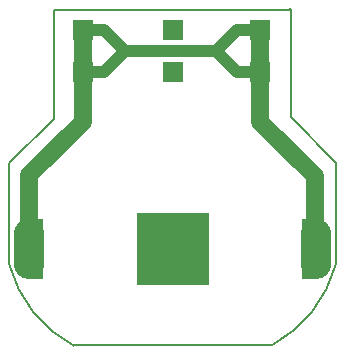
<source format=gtl>
G04 #@! TF.FileFunction,Copper,L1,Top,Signal*
%FSLAX46Y46*%
G04 Gerber Fmt 4.6, Leading zero omitted, Abs format (unit mm)*
G04 Created by KiCad (PCBNEW 4.0.7) date 10/21/21 16:27:33*
%MOMM*%
%LPD*%
G01*
G04 APERTURE LIST*
%ADD10C,0.100000*%
%ADD11C,0.150000*%
%ADD12R,1.800000X1.800000*%
%ADD13R,1.300000X5.080000*%
%ADD14O,2.600000X5.080000*%
%ADD15R,6.080000X6.080000*%
%ADD16C,1.500000*%
%ADD17C,0.800000*%
%ADD18C,1.500000*%
%ADD19C,1.000000*%
%ADD20C,0.600000*%
%ADD21C,0.500000*%
G04 APERTURE END LIST*
D10*
D11*
X145105000Y-84673000D02*
X145125000Y-84673000D01*
X145105000Y-93899000D02*
X145105000Y-84673000D01*
X165181000Y-84658000D02*
X165014000Y-84658000D01*
X165181000Y-93795000D02*
X165181000Y-84658000D01*
X165186000Y-91945000D02*
X165186000Y-84676000D01*
X141305000Y-106238000D02*
X141305000Y-97719000D01*
X168961000Y-106213000D02*
X168961000Y-97597000D01*
X163540000Y-113096000D02*
X146761000Y-113096000D01*
X141314928Y-106247107D02*
G75*
G03X146771000Y-113125000I10637072J2835107D01*
G01*
X163531957Y-113100843D02*
G75*
G03X168974000Y-106223000I-5187957J9696843D01*
G01*
X168935000Y-97566000D02*
X165164000Y-93795000D01*
X145085000Y-93919000D02*
X141326000Y-97678000D01*
X145096000Y-84665000D02*
X165106000Y-84665000D01*
D12*
X147523000Y-86418000D03*
X147523000Y-89969000D03*
X155150000Y-86414000D03*
X155150000Y-89984000D03*
X162550000Y-86425000D03*
X162550000Y-89981000D03*
D13*
X143622000Y-104935000D03*
X166670000Y-104922000D03*
D14*
X142979000Y-104922000D03*
D15*
X155143000Y-104927000D03*
D14*
X167325000Y-104911000D03*
D16*
X155153000Y-105126000D03*
D17*
X155153000Y-105126000D02*
X155222000Y-105195000D01*
X155222000Y-105195000D02*
X155244000Y-105195000D01*
D18*
X167170000Y-105073000D02*
X167170000Y-98801000D01*
X162550000Y-94181000D02*
X167170000Y-98801000D01*
X162550000Y-94181000D02*
X162550000Y-89981000D01*
X147523000Y-89969000D02*
X147523000Y-94158000D01*
X142997000Y-98684000D02*
X142997000Y-103810000D01*
X147523000Y-94158000D02*
X142997000Y-98684000D01*
D19*
X162550000Y-89981000D02*
X160593000Y-89981000D01*
X160593000Y-89981000D02*
X158809000Y-88197000D01*
X151150000Y-88197000D02*
X158809000Y-88197000D01*
X160581000Y-86425000D02*
X162550000Y-86425000D01*
X158809000Y-88197000D02*
X160581000Y-86425000D01*
X147523000Y-89969000D02*
X149378000Y-89969000D01*
X149378000Y-89969000D02*
X151150000Y-88197000D01*
X147523000Y-86418000D02*
X149338000Y-86418000D01*
X151117000Y-88197000D02*
X151150000Y-88197000D01*
X149338000Y-86418000D02*
X151117000Y-88197000D01*
X147523000Y-86418000D02*
X147759000Y-86418000D01*
X162550000Y-86425000D02*
X162470000Y-86425000D01*
D18*
X162550000Y-86425000D02*
X162550000Y-89931000D01*
D20*
X166718000Y-103642000D02*
X167171000Y-104095000D01*
X143528000Y-103678000D02*
X143111000Y-104095000D01*
X147523000Y-89966000D02*
X147523000Y-90578000D01*
X162560000Y-89941000D02*
X162560000Y-90451000D01*
X162501000Y-89882000D02*
X162560000Y-89941000D01*
D21*
X162550000Y-89931000D02*
X162560000Y-89941000D01*
D18*
X147523000Y-86418000D02*
X147523000Y-89966000D01*
D21*
X147523000Y-89966000D02*
X147579000Y-90022000D01*
M02*

</source>
